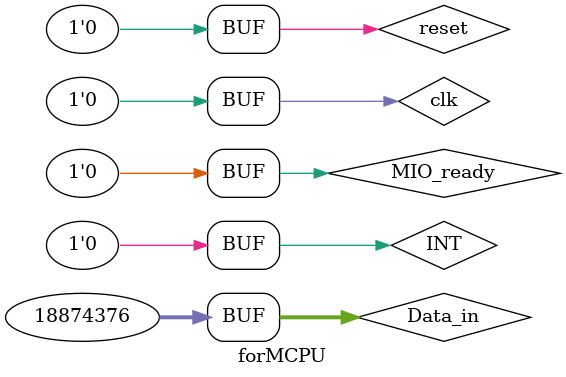
<source format=v>
`timescale 1ns / 1ps


module forMCPU;

	// Inputs
	reg clk;
	reg reset;
	reg MIO_ready;
	reg [31:0] Data_in;
	reg INT;

	// Outputs
	wire [31:0] PC_out;
	wire [31:0] inst_out;
	wire mem_w;
	wire [31:0] Addr_out;
	wire [31:0] Data_out;
	wire CPU_MIO;
	wire [4:0] state;

	// Instantiate the Unit Under Test (UUT)
	Muliti_CPU uut (
		.clk(clk), 
		.reset(reset), 
		.MIO_ready(MIO_ready), 
		.PC_out(PC_out), 
		.inst_out(inst_out), 
		.mem_w(mem_w), 
		.Addr_out(Addr_out), 
		.Data_out(Data_out), 
		.Data_in(Data_in), 
		.CPU_MIO(CPU_MIO), 
		.INT(INT), 
		.state(state)
	);

initial begin
		clk = 1;
		reset = 0;
		Data_in = 0;
		MIO_ready = 0;
		INT = 0;
		#1;
		reset = 1;
		#1;
		reset = 0;
		#1;
		Data_in=32'b00001000000000000000000000000101; 
		//j next_pc=14
		repeat(3) begin
		#1;
		clk=1;
		#1;	
		clk = 0;
		end
		Data_in=32'b00001100000000000000000000000101;
		//jal next_pc=14
		repeat(4) begin
		#1;
		clk=1;
		#1;	
		clk = 0;
		end
		Data_in=32'b00000011111000000000000000001000;
		//jr $ra;  //next_pc=24
		repeat(3) begin
		#1;
		clk=1;
		#1;	
		clk = 0;
		end
		Data_in=32'b00000011111000000100100000001001;
		//jalr $ra,$t1;  //next_pc=24,$t1=28
		repeat(3) begin
		#1;
		clk=1;
		#1;	
		clk = 0;
		end
		Data_in=32'b00000001001000000000000000001000;
		//jr $t1;  //next_pc=28
		repeat(4) begin
		#1;
		clk=1;
		#1;	
		clk = 0;
		end 
end

  
endmodule


</source>
